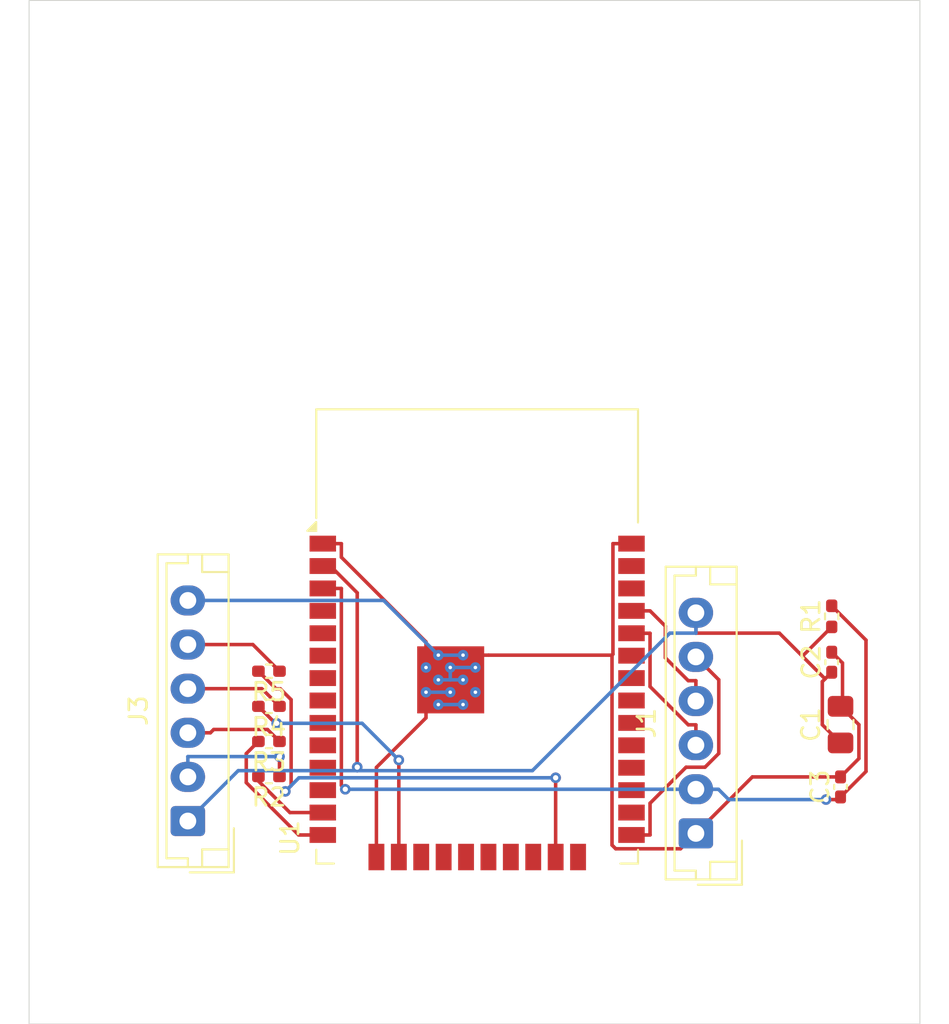
<source format=kicad_pcb>
(kicad_pcb (version 20240108) (generator "pcbnew") (generator_version "8.0")
  (layers (0 "F.Cu" signal) (31 "B.Cu" signal) (34 "B.Paste" user) (35 "F.Paste" user) (36 "B.SilkS" user "B.Silkscreen") (37 "F.SilkS" user "F.Silkscreen") (38 "B.Mask" user) (39 "F.Mask" user) (44 "Edge.Cuts" user))
  (net 0 "")
  (net 1 "GND")
  (net 2 "+3.3V")
  (net 3 "/EN")
  (net 4 "/TX")
  (net 5 "/RX")
  (net 6 "/IO0")
  (net 33 "Net-(U1-IO14)")
  (net 34 "Net-(U1-IO12)")
  (net 35 "Net-(U1-IO13)")
  (net 36 "Net-(U1-IO15)")
  (net 37 "Net-(J3-Pin_3)")
  (net 38 "Net-(J3-Pin_5)")
  (net 39 "Net-(J3-Pin_2)")
  (net 40 "Net-(J3-Pin_4)")
  (footprint "RF_Module:ESP32-WROOM-32D" (layer "F.Cu") (at 95.4 117.03)
    (property "Reference" "U1" (at -10.61 8.43 90) (layer "F.SilkS"))
    (property "Value" "ESP32-WROOM-32D")
    (fp_line (start -9.12 -15.86) (end -9.12 -9.7) (stroke (width 0.12)) (layer "F.SilkS"))
    (fp_line (start -9.12 -15.86) (end 9.12 -15.86) (stroke (width 0.12)) (layer "F.SilkS"))
    (fp_line (start -9.12 9.1) (end -9.12 9.88) (stroke (width 0.12)) (layer "F.SilkS"))
    (fp_line (start -9.12 9.88) (end -8.12 9.88) (stroke (width 0.12)) (layer "F.SilkS"))
    (fp_line (start 9.12 -15.86) (end 9.12 -9.445) (stroke (width 0.12)) (layer "F.SilkS"))
    (fp_line (start 9.12 9.1) (end 9.12 9.88) (stroke (width 0.12)) (layer "F.SilkS"))
    (fp_line (start 9.12 9.88) (end 8.12 9.88) (stroke (width 0.12)) (layer "F.SilkS"))
    (fp_poly (pts (xy -9.125 -8.975) (xy -9.625 -8.975) (xy -9.125 -9.475) (xy -9.125 -8.975)) (stroke (width 0.12)) (fill solid) (layer "F.SilkS"))
    (pad "1" smd rect (at -8.75 -8.25) (size 1.5 0.9) (layers "F.Cu" "F.Paste" "F.Mask") (net 1 "GND"))
    (pad "2" smd rect (at -8.75 -6.98) (size 1.5 0.9) (layers "F.Cu" "F.Paste" "F.Mask") (net 2 "+3.3V"))
    (pad "3" smd rect (at -8.75 -5.71) (size 1.5 0.9) (layers "F.Cu" "F.Paste" "F.Mask") (net 3 "/EN"))
    (pad "4" smd rect (at -8.75 -4.44) (size 1.5 0.9) (layers "F.Cu" "F.Paste" "F.Mask"))
    (pad "5" smd rect (at -8.75 -3.17) (size 1.5 0.9) (layers "F.Cu" "F.Paste" "F.Mask"))
    (pad "6" smd rect (at -8.75 -1.9) (size 1.5 0.9) (layers "F.Cu" "F.Paste" "F.Mask"))
    (pad "7" smd rect (at -8.75 -0.63) (size 1.5 0.9) (layers "F.Cu" "F.Paste" "F.Mask"))
    (pad "8" smd rect (at -8.75 0.64) (size 1.5 0.9) (layers "F.Cu" "F.Paste" "F.Mask"))
    (pad "9" smd rect (at -8.75 1.91) (size 1.5 0.9) (layers "F.Cu" "F.Paste" "F.Mask"))
    (pad "10" smd rect (at -8.75 3.18) (size 1.5 0.9) (layers "F.Cu" "F.Paste" "F.Mask"))
    (pad "11" smd rect (at -8.75 4.45) (size 1.5 0.9) (layers "F.Cu" "F.Paste" "F.Mask"))
    (pad "12" smd rect (at -8.75 5.72) (size 1.5 0.9) (layers "F.Cu" "F.Paste" "F.Mask"))
    (pad "13" smd rect (at -8.75 6.99) (size 1.5 0.9) (layers "F.Cu" "F.Paste" "F.Mask") (net 33 "Net-(U1-IO14)"))
    (pad "14" smd rect (at -8.75 8.26) (size 1.5 0.9) (layers "F.Cu" "F.Paste" "F.Mask") (net 34 "Net-(U1-IO12)"))
    (pad "15" smd rect (at -5.71 9.51 90) (size 1.5 0.9) (layers "F.Cu" "F.Paste" "F.Mask") (net 1 "GND"))
    (pad "16" smd rect (at -4.44 9.51 90) (size 1.5 0.9) (layers "F.Cu" "F.Paste" "F.Mask") (net 35 "Net-(U1-IO13)"))
    (pad "17" smd rect (at -3.17 9.51 90) (size 1.5 0.9) (layers "F.Cu" "F.Paste" "F.Mask"))
    (pad "18" smd rect (at -1.9 9.51 90) (size 1.5 0.9) (layers "F.Cu" "F.Paste" "F.Mask"))
    (pad "19" smd rect (at -0.63 9.51 90) (size 1.5 0.9) (layers "F.Cu" "F.Paste" "F.Mask"))
    (pad "20" smd rect (at 0.64 9.51 90) (size 1.5 0.9) (layers "F.Cu" "F.Paste" "F.Mask"))
    (pad "21" smd rect (at 1.91 9.51 90) (size 1.5 0.9) (layers "F.Cu" "F.Paste" "F.Mask"))
    (pad "22" smd rect (at 3.18 9.51 90) (size 1.5 0.9) (layers "F.Cu" "F.Paste" "F.Mask"))
    (pad "23" smd rect (at 4.45 9.51 90) (size 1.5 0.9) (layers "F.Cu" "F.Paste" "F.Mask") (net 36 "Net-(U1-IO15)"))
    (pad "24" smd rect (at 5.72 9.51 90) (size 1.5 0.9) (layers "F.Cu" "F.Paste" "F.Mask"))
    (pad "25" smd rect (at 8.75 8.26) (size 1.5 0.9) (layers "F.Cu" "F.Paste" "F.Mask") (net 6 "/IO0"))
    (pad "26" smd rect (at 8.75 6.99) (size 1.5 0.9) (layers "F.Cu" "F.Paste" "F.Mask"))
    (pad "27" smd rect (at 8.75 5.72) (size 1.5 0.9) (layers "F.Cu" "F.Paste" "F.Mask"))
    (pad "28" smd rect (at 8.75 4.45) (size 1.5 0.9) (layers "F.Cu" "F.Paste" "F.Mask"))
    (pad "29" smd rect (at 8.75 3.18) (size 1.5 0.9) (layers "F.Cu" "F.Paste" "F.Mask"))
    (pad "30" smd rect (at 8.75 1.91) (size 1.5 0.9) (layers "F.Cu" "F.Paste" "F.Mask"))
    (pad "31" smd rect (at 8.75 0.64) (size 1.5 0.9) (layers "F.Cu" "F.Paste" "F.Mask"))
    (pad "32" smd rect (at 8.75 -0.63) (size 1.5 0.9) (layers "F.Cu" "F.Paste" "F.Mask"))
    (pad "33" smd rect (at 8.75 -1.9) (size 1.5 0.9) (layers "F.Cu" "F.Paste" "F.Mask"))
    (pad "34" smd rect (at 8.75 -3.17) (size 1.5 0.9) (layers "F.Cu" "F.Paste" "F.Mask") (net 4 "/TX"))
    (pad "35" smd rect (at 8.75 -4.44) (size 1.5 0.9) (layers "F.Cu" "F.Paste" "F.Mask") (net 5 "/RX"))
    (pad "36" smd rect (at 8.75 -5.71) (size 1.5 0.9) (layers "F.Cu" "F.Paste" "F.Mask"))
    (pad "37" smd rect (at 8.75 -6.98) (size 1.5 0.9) (layers "F.Cu" "F.Paste" "F.Mask"))
    (pad "38" smd rect (at 8.75 -8.25) (size 1.5 0.9) (layers "F.Cu" "F.Paste" "F.Mask") (net 1 "GND"))
    (pad "39" smd rect (at -2.9 -1.93) (size 0.9 0.9) (layers "F.Cu" "F.Paste") (net 1 "GND"))
    (pad "39" thru_hole circle (at -2.9 -1.23) (size 0.6 0.6) (drill 0.2) (property pad_prop_heatsink) (layers "*.Cu" "F.Mask") (net 1 "GND"))
    (pad "39" smd rect (at -2.9 -0.53) (size 0.9 0.9) (layers "F.Cu" "F.Paste") (net 1 "GND"))
    (pad "39" thru_hole circle (at -2.9 0.17) (size 0.6 0.6) (drill 0.2) (property pad_prop_heatsink) (layers "*.Cu" "F.Mask") (net 1 "GND"))
    (pad "39" smd rect (at -2.9 0.87) (size 0.9 0.9) (layers "F.Cu" "F.Paste") (net 1 "GND"))
    (pad "39" thru_hole circle (at -2.2 -1.93) (size 0.6 0.6) (drill 0.2) (property pad_prop_heatsink) (layers "*.Cu" "F.Mask") (net 1 "GND"))
    (pad "39" thru_hole circle (at -2.2 -0.53) (size 0.6 0.6) (drill 0.2) (property pad_prop_heatsink) (layers "*.Cu" "F.Mask") (net 1 "GND"))
    (pad "39" thru_hole circle (at -2.2 0.87) (size 0.6 0.6) (drill 0.2) (property pad_prop_heatsink) (layers "*.Cu" "F.Mask") (net 1 "GND"))
    (pad "39" thru_hole circle (at -1.525 -1.23) (size 0.6 0.6) (drill 0.2) (property pad_prop_heatsink) (layers "*.Cu" "F.Mask") (net 1 "GND"))
    (pad "39" thru_hole circle (at -1.525 0.17) (size 0.6 0.6) (drill 0.2) (property pad_prop_heatsink) (layers "*.Cu" "F.Mask") (net 1 "GND"))
    (pad "39" smd rect (at -1.5 -1.93) (size 0.9 0.9) (layers "F.Cu" "F.Paste") (net 1 "GND"))
    (pad "39" smd rect (at -1.5 -0.53) (size 0.9 0.9) (layers "F.Cu" "F.Paste") (net 1 "GND"))
    (pad "39" smd rect (at -1.5 -0.53) (size 3.8 3.8) (layers "F.Cu" "F.Mask") (net 1 "GND"))
    (pad "39" smd rect (at -1.5 0.87) (size 0.9 0.9) (layers "F.Cu" "F.Paste") (net 1 "GND"))
    (pad "39" thru_hole circle (at -0.8 -1.93) (size 0.6 0.6) (drill 0.2) (property pad_prop_heatsink) (layers "*.Cu" "F.Mask") (net 1 "GND"))
    (pad "39" thru_hole circle (at -0.8 -0.53) (size 0.6 0.6) (drill 0.2) (property pad_prop_heatsink) (layers "*.Cu" "F.Mask") (net 1 "GND"))
    (pad "39" thru_hole circle (at -0.8 0.87) (size 0.6 0.6) (drill 0.2) (property pad_prop_heatsink) (layers "*.Cu" "F.Mask") (net 1 "GND"))
    (pad "39" smd rect (at -0.1 -1.93) (size 0.9 0.9) (layers "F.Cu" "F.Paste") (net 1 "GND"))
    (pad "39" thru_hole circle (at -0.1 -1.23) (size 0.6 0.6) (drill 0.2) (property pad_prop_heatsink) (layers "*.Cu" "F.Mask") (net 1 "GND"))
    (pad "39" smd rect (at -0.1 -0.53) (size 0.9 0.9) (layers "F.Cu" "F.Paste") (net 1 "GND"))
    (pad "39" thru_hole circle (at -0.1 0.17) (size 0.6 0.6) (drill 0.2) (property pad_prop_heatsink) (layers "*.Cu" "F.Mask") (net 1 "GND"))
    (pad "39" smd rect (at -0.1 0.87) (size 0.9 0.9) (layers "F.Cu" "F.Paste") (net 1 "GND"))
  )
  (footprint "Connector_JST:JST_EH_B6B-EH-A_1x06_P2.50mm_Vertical" (layer "F.Cu") (at 79 124.5 90)
    (property "Reference" "J3" (at 6.25 -2.8 90) (layer "F.SilkS"))
    (property "Value" "Conn_01x06")
    (fp_line (start 15.11 -1.71) (end -2.61 -1.71) (stroke (width 0.12)) (layer "F.SilkS"))
    (fp_line (start -2.61 -1.71) (end -2.61 2.31) (stroke (width 0.12)) (layer "F.SilkS"))
    (fp_line (start 14.61 -1.21) (end 14.61 0) (stroke (width 0.12)) (layer "F.SilkS"))
    (fp_line (start -2.11 -1.21) (end 14.61 -1.21) (stroke (width 0.12)) (layer "F.SilkS"))
    (fp_line (start 14.61 0) (end 15.11 0) (stroke (width 0.12)) (layer "F.SilkS"))
    (fp_line (start -2.11 0) (end -2.11 -1.21) (stroke (width 0.12)) (layer "F.SilkS"))
    (fp_line (start -2.61 0) (end -2.11 0) (stroke (width 0.12)) (layer "F.SilkS"))
    (fp_line (start -2.91 0.11) (end -2.91 2.61) (stroke (width 0.12)) (layer "F.SilkS"))
    (fp_line (start 15.11 0.81) (end 14.11 0.81) (stroke (width 0.12)) (layer "F.SilkS"))
    (fp_line (start 14.11 0.81) (end 14.11 2.31) (stroke (width 0.12)) (layer "F.SilkS"))
    (fp_line (start -1.61 0.81) (end -1.61 2.31) (stroke (width 0.12)) (layer "F.SilkS"))
    (fp_line (start -2.61 0.81) (end -1.61 0.81) (stroke (width 0.12)) (layer "F.SilkS"))
    (fp_line (start 15.11 2.31) (end 15.11 -1.71) (stroke (width 0.12)) (layer "F.SilkS"))
    (fp_line (start -2.61 2.31) (end 15.11 2.31) (stroke (width 0.12)) (layer "F.SilkS"))
    (fp_line (start -2.91 2.61) (end -0.41 2.61) (stroke (width 0.12)) (layer "F.SilkS"))
    (pad "1" thru_hole roundrect (at 0 0 90) (size 1.7 1.95) (drill 0.95) (layers "*.Cu" "*.Mask") (roundrect_rratio 0.147059) (net 2 "+3.3V"))
    (pad "2" thru_hole oval (at 2.5 0 90) (size 1.7 1.95) (drill 0.95) (layers "*.Cu" "*.Mask") (net 39 "Net-(J3-Pin_2)"))
    (pad "3" thru_hole oval (at 5 0 90) (size 1.7 1.95) (drill 0.95) (layers "*.Cu" "*.Mask") (net 37 "Net-(J3-Pin_3)"))
    (pad "4" thru_hole oval (at 7.5 0 90) (size 1.7 1.95) (drill 0.95) (layers "*.Cu" "*.Mask") (net 40 "Net-(J3-Pin_4)"))
    (pad "5" thru_hole oval (at 10 0 90) (size 1.7 1.95) (drill 0.95) (layers "*.Cu" "*.Mask") (net 38 "Net-(J3-Pin_5)"))
    (pad "6" thru_hole oval (at 12.5 0 90) (size 1.7 1.95) (drill 0.95) (layers "*.Cu" "*.Mask") (net 1 "GND"))
  )
  (footprint "Resistor_SMD:R_0402_1005Metric_Pad0.72x0.64mm_HandSolder" (layer "F.Cu") (at 83.5975 119.99 180)
    (property "Reference" "R3" (at 0 -1.17 0) (layer "F.SilkS"))
    (property "Value" "100")
    (fp_line (start -0.167621 0.38) (end 0.167621 0.38) (stroke (width 0.12)) (layer "F.SilkS"))
    (fp_line (start -0.167621 -0.38) (end 0.167621 -0.38) (stroke (width 0.12)) (layer "F.SilkS"))
    (pad "1" smd roundrect (at -0.5975 0 180) (size 0.715 0.64) (layers "F.Cu" "F.Paste" "F.Mask") (net 37 "Net-(J3-Pin_3)"))
    (pad "2" smd roundrect (at 0.5975 0 180) (size 0.715 0.64) (layers "F.Cu" "F.Paste" "F.Mask") (net 34 "Net-(U1-IO12)"))
  )
  (footprint "Capacitor_SMD:C_0402_1005Metric_Pad0.74x0.62mm_HandSolder" (layer "F.Cu") (at 116 122.5675 90)
    (property "Reference" "C3" (at 0 -1.16 90) (layer "F.SilkS"))
    (property "Value" "100nF")
    (fp_line (start -0.115835 -0.36) (end 0.115835 -0.36) (stroke (width 0.12)) (layer "F.SilkS"))
    (fp_line (start -0.115835 0.36) (end 0.115835 0.36) (stroke (width 0.12)) (layer "F.SilkS"))
    (pad "1" smd roundrect (at -0.5675 0 90) (size 0.735 0.62) (layers "F.Cu" "F.Paste" "F.Mask") (net 3 "/EN"))
    (pad "2" smd roundrect (at 0.5675 0 90) (size 0.735 0.62) (layers "F.Cu" "F.Paste" "F.Mask") (net 1 "GND"))
  )
  (footprint "MountingHole:MountingHole_3.2mm_M3" (layer "F.Cu") (at 117 129.5)
    (property "Reference" "H1" (at 0 -0.25 0) (layer "F.SilkS"))
    (property "Value" "MountingHole")
    (pad "" np_thru_hole circle (at 0 0) (size 3.2 3.2) (drill 3.2) (layers "*.Cu" "*.Mask"))
  )
  (footprint "MountingHole:MountingHole_3.2mm_M3" (layer "F.Cu") (at 74 82)
    (property "Reference" "H3" (at 0 -0.05 0) (layer "F.SilkS"))
    (property "Value" "MountingHole")
    (pad "" np_thru_hole circle (at 0 0) (size 3.2 3.2) (drill 3.2) (layers "*.Cu" "*.Mask"))
  )
  (footprint "Connector_JST:JST_EH_B6B-EH-A_1x06_P2.50mm_Vertical" (layer "F.Cu") (at 107.8 125.2 90)
    (property "Reference" "J1" (at 6.25 -2.8 90) (layer "F.SilkS"))
    (property "Value" "Conn_01x06")
    (fp_line (start 15.11 -1.71) (end -2.61 -1.71) (stroke (width 0.12)) (layer "F.SilkS"))
    (fp_line (start -2.61 -1.71) (end -2.61 2.31) (stroke (width 0.12)) (layer "F.SilkS"))
    (fp_line (start 14.61 -1.21) (end 14.61 0) (stroke (width 0.12)) (layer "F.SilkS"))
    (fp_line (start -2.11 -1.21) (end 14.61 -1.21) (stroke (width 0.12)) (layer "F.SilkS"))
    (fp_line (start 14.61 0) (end 15.11 0) (stroke (width 0.12)) (layer "F.SilkS"))
    (fp_line (start -2.11 0) (end -2.11 -1.21) (stroke (width 0.12)) (layer "F.SilkS"))
    (fp_line (start -2.61 0) (end -2.11 0) (stroke (width 0.12)) (layer "F.SilkS"))
    (fp_line (start -2.91 0.11) (end -2.91 2.61) (stroke (width 0.12)) (layer "F.SilkS"))
    (fp_line (start 15.11 0.81) (end 14.11 0.81) (stroke (width 0.12)) (layer "F.SilkS"))
    (fp_line (start 14.11 0.81) (end 14.11 2.31) (stroke (width 0.12)) (layer "F.SilkS"))
    (fp_line (start -1.61 0.81) (end -1.61 2.31) (stroke (width 0.12)) (layer "F.SilkS"))
    (fp_line (start -2.61 0.81) (end -1.61 0.81) (stroke (width 0.12)) (layer "F.SilkS"))
    (fp_line (start 15.11 2.31) (end 15.11 -1.71) (stroke (width 0.12)) (layer "F.SilkS"))
    (fp_line (start -2.61 2.31) (end 15.11 2.31) (stroke (width 0.12)) (layer "F.SilkS"))
    (fp_line (start -2.91 2.61) (end -0.41 2.61) (stroke (width 0.12)) (layer "F.SilkS"))
    (pad "1" thru_hole roundrect (at 0 0 90) (size 1.7 1.95) (drill 0.95) (layers "*.Cu" "*.Mask") (roundrect_rratio 0.147059) (net 1 "GND"))
    (pad "2" thru_hole oval (at 2.5 0 90) (size 1.7 1.95) (drill 0.95) (layers "*.Cu" "*.Mask") (net 3 "/EN"))
    (pad "3" thru_hole oval (at 5 0 90) (size 1.7 1.95) (drill 0.95) (layers "*.Cu" "*.Mask") (net 4 "/TX"))
    (pad "4" thru_hole oval (at 7.5 0 90) (size 1.7 1.95) (drill 0.95) (layers "*.Cu" "*.Mask") (net 5 "/RX"))
    (pad "5" thru_hole oval (at 10 0 90) (size 1.7 1.95) (drill 0.95) (layers "*.Cu" "*.Mask") (net 6 "/IO0"))
    (pad "6" thru_hole oval (at 12.5 0 90) (size 1.7 1.95) (drill 0.95) (layers "*.Cu" "*.Mask") (net 2 "+3.3V"))
  )
  (footprint "Resistor_SMD:R_0402_1005Metric_Pad0.72x0.64mm_HandSolder" (layer "F.Cu") (at 83.5975 116.01 180)
    (property "Reference" "R5" (at 0 -1.17 0) (layer "F.SilkS"))
    (property "Value" "100")
    (fp_line (start -0.167621 0.38) (end 0.167621 0.38) (stroke (width 0.12)) (layer "F.SilkS"))
    (fp_line (start -0.167621 -0.38) (end 0.167621 -0.38) (stroke (width 0.12)) (layer "F.SilkS"))
    (pad "1" smd roundrect (at -0.5975 0 180) (size 0.715 0.64) (layers "F.Cu" "F.Paste" "F.Mask") (net 38 "Net-(J3-Pin_5)"))
    (pad "2" smd roundrect (at 0.5975 0 180) (size 0.715 0.64) (layers "F.Cu" "F.Paste" "F.Mask") (net 36 "Net-(U1-IO15)"))
  )
  (footprint "MountingHole:MountingHole_3.2mm_M3" (layer "F.Cu") (at 73.5 129)
    (property "Reference" "H4" (at 0 0 0) (layer "F.SilkS"))
    (property "Value" "MountingHole")
    (pad "" np_thru_hole circle (at 0 0) (size 3.2 3.2) (drill 3.2) (layers "*.Cu" "*.Mask"))
  )
  (footprint "Capacitor_SMD:C_0805_2012Metric_Pad1.18x1.45mm_HandSolder" (layer "F.Cu") (at 116 119.0375 90)
    (property "Reference" "C1" (at 0 -1.68 90) (layer "F.SilkS"))
    (property "Value" "22uF")
    (fp_line (start -0.261252 -0.735) (end 0.261252 -0.735) (stroke (width 0.12)) (layer "F.SilkS"))
    (fp_line (start -0.261252 0.735) (end 0.261252 0.735) (stroke (width 0.12)) (layer "F.SilkS"))
    (pad "1" smd roundrect (at -1.0375 0 90) (size 1.175 1.45) (layers "F.Cu" "F.Paste" "F.Mask") (roundrect_rratio 0.212766) (net 2 "+3.3V"))
    (pad "2" smd roundrect (at 1.0375 0 90) (size 1.175 1.45) (layers "F.Cu" "F.Paste" "F.Mask") (roundrect_rratio 0.212766) (net 1 "GND"))
  )
  (footprint "Resistor_SMD:R_0402_1005Metric_Pad0.72x0.64mm_HandSolder" (layer "F.Cu") (at 83.5975 118 180)
    (property "Reference" "R4" (at 0 -1.17 0) (layer "F.SilkS"))
    (property "Value" "100")
    (fp_line (start -0.167621 0.38) (end 0.167621 0.38) (stroke (width 0.12)) (layer "F.SilkS"))
    (fp_line (start -0.167621 -0.38) (end 0.167621 -0.38) (stroke (width 0.12)) (layer "F.SilkS"))
    (pad "1" smd roundrect (at -0.5975 0 180) (size 0.715 0.64) (layers "F.Cu" "F.Paste" "F.Mask") (net 40 "Net-(J3-Pin_4)"))
    (pad "2" smd roundrect (at 0.5975 0 180) (size 0.715 0.64) (layers "F.Cu" "F.Paste" "F.Mask") (net 35 "Net-(U1-IO13)"))
  )
  (footprint "Capacitor_SMD:C_0402_1005Metric_Pad0.74x0.62mm_HandSolder" (layer "F.Cu") (at 115.5 115.5 90)
    (property "Reference" "C2" (at 0 -1.16 90) (layer "F.SilkS"))
    (property "Value" "100nF")
    (fp_line (start -0.115835 -0.36) (end 0.115835 -0.36) (stroke (width 0.12)) (layer "F.SilkS"))
    (fp_line (start -0.115835 0.36) (end 0.115835 0.36) (stroke (width 0.12)) (layer "F.SilkS"))
    (pad "1" smd roundrect (at -0.5675 0 90) (size 0.735 0.62) (layers "F.Cu" "F.Paste" "F.Mask") (net 2 "+3.3V"))
    (pad "2" smd roundrect (at 0.5675 0 90) (size 0.735 0.62) (layers "F.Cu" "F.Paste" "F.Mask") (net 1 "GND"))
  )
  (footprint "MountingHole:MountingHole_3.2mm_M3" (layer "F.Cu") (at 117 82)
    (property "Reference" "H2" (at 0 0 0) (layer "F.SilkS"))
    (property "Value" "MountingHole")
    (pad "" np_thru_hole circle (at 0 0) (size 3.2 3.2) (drill 3.2) (layers "*.Cu" "*.Mask"))
  )
  (footprint "Resistor_SMD:R_0402_1005Metric_Pad0.72x0.64mm_HandSolder" (layer "F.Cu") (at 83.5975 121.98 180)
    (property "Reference" "R2" (at 0 -1.17 0) (layer "F.SilkS"))
    (property "Value" "100")
    (fp_line (start -0.167621 0.38) (end 0.167621 0.38) (stroke (width 0.12)) (layer "F.SilkS"))
    (fp_line (start -0.167621 -0.38) (end 0.167621 -0.38) (stroke (width 0.12)) (layer "F.SilkS"))
    (pad "1" smd roundrect (at -0.5975 0 180) (size 0.715 0.64) (layers "F.Cu" "F.Paste" "F.Mask") (net 39 "Net-(J3-Pin_2)"))
    (pad "2" smd roundrect (at 0.5975 0 180) (size 0.715 0.64) (layers "F.Cu" "F.Paste" "F.Mask") (net 33 "Net-(U1-IO14)"))
  )
  (footprint "Resistor_SMD:R_0402_1005Metric_Pad0.72x0.64mm_HandSolder" (layer "F.Cu") (at 115.5 112.9025 90)
    (property "Reference" "R1" (at 0 -1.17 90) (layer "F.SilkS"))
    (property "Value" "10K")
    (fp_line (start -0.167621 -0.38) (end 0.167621 -0.38) (stroke (width 0.12)) (layer "F.SilkS"))
    (fp_line (start -0.167621 0.38) (end 0.167621 0.38) (stroke (width 0.12)) (layer "F.SilkS"))
    (pad "1" smd roundrect (at -0.5975 0 90) (size 0.715 0.64) (layers "F.Cu" "F.Paste" "F.Mask") (net 2 "+3.3V"))
    (pad "2" smd roundrect (at 0.5975 0 90) (size 0.715 0.64) (layers "F.Cu" "F.Paste" "F.Mask") (net 3 "/EN"))
  )
  (gr_rect (start 70 78) (end 120.5 136) (stroke (width 0.05)) (fill none) (layer "Edge.Cuts"))
  (segment (start 95.3 115.1) (end 95.6759 115.1) (width 0.2) (layer "F.Cu") (net 1))
  (segment (start 92.5 117.2) (end 92.5 117.9) (width 0.2) (layer "F.Cu") (net 1))
  (segment (start 117.0415 119.0415) (end 117.0415 120.9585) (width 0.2) (layer "F.Cu") (net 1))
  (segment (start 117.0415 120.9585) (end 116 122) (width 0.2) (layer "F.Cu") (net 1))
  (segment (start 87.7017 108.78) (end 87.7017 109.55) (width 0.2) (layer "F.Cu") (net 1))
  (segment (start 92.5 117.9) (end 92.5 118.6517) (width 0.2) (layer "F.Cu") (net 1))
  (segment (start 92.5 115.8) (end 92.5 116.5) (width 0.2) (layer "F.Cu") (net 1))
  (segment (start 92.5 114.7241) (end 92.5 114.3483) (width 0.2) (layer "F.Cu") (net 1))
  (segment (start 115.5 114.9325) (end 116.1127 115.5452) (width 0.2) (layer "F.Cu") (net 1))
  (segment (start 103.0983 108.78) (end 103.0983 115.0476) (width 0.2) (layer "F.Cu") (net 1))
  (segment (start 95.6759 115.1) (end 95.3 115.4759) (width 0.2) (layer "F.Cu") (net 1))
  (segment (start 92.5 114.7241) (end 92.5 115.1) (width 0.2) (layer "F.Cu") (net 1))
  (segment (start 92.5 116.5) (end 92.5 117.2) (width 0.2) (layer "F.Cu") (net 1))
  (segment (start 93.2 115.1) (end 93.2 116.5) (width 0.2) (layer "F.Cu") (net 1))
  (segment (start 95.3 117.2) (end 95.3 117.9) (width 0.2) (layer "F.Cu") (net 1))
  (segment (start 95.3 115.4759) (end 95.3 115.8) (width 0.2) (layer "F.Cu") (net 1))
  (segment (start 93.875 117.2) (end 93.9 117.225) (width 0.2) (layer "F.Cu") (net 1))
  (segment (start 87.7017 109.55) (end 92.5 114.3483) (width 0.2) (layer "F.Cu") (net 1))
  (segment (start 95.3 116.5) (end 95.3 117.2) (width 0.2) (layer "F.Cu") (net 1))
  (segment (start 95.3 115.8) (end 95.3 116.5) (width 0.2) (layer "F.Cu") (net 1))
  (segment (start 103.0459 115.1) (end 96.0517 115.1) (width 0.2) (layer "F.Cu") (net 1))
  (segment (start 89.69 121.4617) (end 89.69 126.54) (width 0.2) (layer "F.Cu") (net 1))
  (segment (start 86.65 108.78) (end 87.7017 108.78) (width 0.2) (layer "F.Cu") (net 1))
  (segment (start 111 122) (end 107.8 125.2) (width 0.2) (layer "F.Cu") (net 1))
  (segment (start 106.9278 126.0722) (end 107.8 125.2) (width 0.2) (layer "F.Cu") (net 1))
  (segment (start 103.0459 115.1) (end 103.0459 125.8622) (width 0.2) (layer "F.Cu") (net 1))
  (segment (start 92.5 115.1) (end 92.5 115.8) (width 0.2) (layer "F.Cu") (net 1))
  (segment (start 93.875 115.8) (end 93.9 115.825) (width 0.2) (layer "F.Cu") (net 1))
  (segment (start 93.9 117.225) (end 93.9 117.9) (width 0.2) (layer "F.Cu") (net 1))
  (segment (start 104.15 108.78) (end 103.0983 108.78) (width 0.2) (layer "F.Cu") (net 1))
  (segment (start 116 118) (end 117.0415 119.0415) (width 0.2) (layer "F.Cu") (net 1))
  (segment (start 116.1127 115.5452) (end 116.1127 117.8873) (width 0.2) (layer "F.Cu") (net 1))
  (segment (start 95.6759 115.1) (end 96.0517 115.1) (width 0.2) (layer "F.Cu") (net 1))
  (segment (start 103.0983 115.0476) (end 103.0459 115.1) (width 0.2) (layer "F.Cu") (net 1))
  (segment (start 116.1127 117.8873) (end 116 118) (width 0.2) (layer "F.Cu") (net 1))
  (segment (start 93.875 117.2) (end 93.9 117.175) (width 0.2) (layer "F.Cu") (net 1))
  (segment (start 93.9 117.175) (end 93.9 116.5) (width 0.2) (layer "F.Cu") (net 1))
  (segment (start 93.2 116.5) (end 93.2 117.9) (width 0.2) (layer "F.Cu") (net 1))
  (segment (start 103.0459 125.8622) (end 103.2559 126.0722) (width 0.2) (layer "F.Cu") (net 1))
  (segment (start 116 122) (end 111 122) (width 0.2) (layer "F.Cu") (net 1))
  (segment (start 93.875 115.125) (end 93.875 115.8) (width 0.2) (layer "F.Cu") (net 1))
  (segment (start 93.9 115.1) (end 93.875 115.125) (width 0.2) (layer "F.Cu") (net 1))
  (segment (start 103.2559 126.0722) (end 106.9278 126.0722) (width 0.2) (layer "F.Cu") (net 1))
  (segment (start 92.5 118.6517) (end 89.69 121.4617) (width 0.2) (layer "F.Cu") (net 1))
  (segment (start 93.9 115.825) (end 93.9 116.5) (width 0.2) (layer "F.Cu") (net 1))
  (segment (start 93.875 115.8) (end 95.3 115.8) (width 0.2) (layer "B.Cu") (net 1))
  (segment (start 93.875 116.5) (end 93.2 116.5) (width 0.2) (layer "B.Cu") (net 1))
  (segment (start 93.875 116.5) (end 93.875 115.8) (width 0.2) (layer "B.Cu") (net 1))
  (segment (start 93.2 117.9) (end 94.6 117.9) (width 0.2) (layer "B.Cu") (net 1))
  (segment (start 93.2 115.1) (end 94.6 115.1) (width 0.2) (layer "B.Cu") (net 1))
  (segment (start 92.5 117.2) (end 93.875 117.2) (width 0.2) (layer "B.Cu") (net 1))
  (segment (start 93.2 115.1) (end 90.1 112) (width 0.2) (layer "B.Cu") (net 1))
  (segment (start 90.1 112) (end 79 112) (width 0.2) (layer "B.Cu") (net 1))
  (segment (start 94.6 116.5) (end 93.875 116.5) (width 0.2) (layer "B.Cu") (net 1))
  (segment (start 113.8394 115.1606) (end 112.5305 113.8517) (width 0.2) (layer "F.Cu") (net 2))
  (segment (start 115.1232 116.4443) (end 115.5 116.0675) (width 0.2) (layer "F.Cu") (net 2))
  (segment (start 86.65 110.05) (end 87.0834 110.05) (width 0.2) (layer "F.Cu") (net 2))
  (segment (start 114.9655 119.0405) (end 114.9655 116.602) (width 0.2) (layer "F.Cu") (net 2))
  (segment (start 107.8 112.7) (end 107.8 113.8517) (width 0.2) (layer "F.Cu") (net 2))
  (segment (start 113.8394 115.1606) (end 115.5 113.5) (width 0.2) (layer "F.Cu") (net 2))
  (segment (start 114.9655 116.602) (end 115.1232 116.4443) (width 0.2) (layer "F.Cu") (net 2))
  (segment (start 87.0834 110.05) (end 88.6019 111.5685) (width 0.2) (layer "F.Cu") (net 2))
  (segment (start 116 120.075) (end 114.9655 119.0405) (width 0.2) (layer "F.Cu") (net 2))
  (segment (start 112.5305 113.8517) (end 107.8 113.8517) (width 0.2) (layer "F.Cu") (net 2))
  (segment (start 88.6019 111.5685) (end 88.6019 121.4449) (width 0.2) (layer "F.Cu") (net 2))
  (segment (start 115.1232 116.4443) (end 113.8394 115.1606) (width 0.2) (layer "F.Cu") (net 2))
  (via (at 88.6019 121.4449) (size 0.6) (drill 0.3) (layers "F.Cu" "B.Cu") (net 2))
  (segment (start 79 124.5) (end 81.8551 121.6449) (width 0.2) (layer "B.Cu") (net 2))
  (segment (start 107.8 113.8517) (end 106.3242 113.8517) (width 0.2) (layer "B.Cu") (net 2))
  (segment (start 88.6019 121.4449) (end 88.6019 121.6449) (width 0.2) (layer "B.Cu") (net 2))
  (segment (start 107.8 112.7) (end 107.8 113.8517) (width 0.2) (layer "B.Cu") (net 2))
  (segment (start 81.8551 121.6449) (end 88.6019 121.6449) (width 0.2) (layer "B.Cu") (net 2))
  (segment (start 106.3242 113.8517) (end 98.531 121.6449) (width 0.2) (layer "B.Cu") (net 2))
  (segment (start 98.531 121.6449) (end 88.6019 121.6449) (width 0.2) (layer "B.Cu") (net 2))
  (segment (start 115.8516 123.2834) (end 115.1769 123.2834) (width 0.2) (layer "F.Cu") (net 3))
  (segment (start 115.5 112.305) (end 117.4432 114.2482) (width 0.2) (layer "F.Cu") (net 3))
  (segment (start 86.65 111.32) (end 87.7017 111.32) (width 0.2) (layer "F.Cu") (net 3))
  (segment (start 116 123.135) (end 115.8516 123.2834) (width 0.2) (layer "F.Cu") (net 3))
  (segment (start 87.7017 122.4773) (end 87.9244 122.7) (width 0.2) (layer "F.Cu") (net 3))
  (segment (start 117.4432 114.2482) (end 117.4432 121.6918) (width 0.2) (layer "F.Cu") (net 3))
  (segment (start 87.7017 111.32) (end 87.7017 122.4773) (width 0.2) (layer "F.Cu") (net 3))
  (segment (start 117.4432 121.6918) (end 116 123.135) (width 0.2) (layer "F.Cu") (net 3))
  (via (at 115.1769 123.2834) (size 0.6) (drill 0.3) (layers "F.Cu" "B.Cu") (net 3))
  (via (at 87.9244 122.7) (size 0.6) (drill 0.3) (layers "F.Cu" "B.Cu") (net 3))
  (segment (start 109.6601 123.2834) (end 115.1769 123.2834) (width 0.2) (layer "B.Cu") (net 3))
  (segment (start 109.0767 122.7) (end 109.6601 123.2834) (width 0.2) (layer "B.Cu") (net 3))
  (segment (start 107.8 122.7) (end 109.0767 122.7) (width 0.2) (layer "B.Cu") (net 3))
  (segment (start 107.8 122.7) (end 87.9244 122.7) (width 0.2) (layer "B.Cu") (net 3))
  (segment (start 107.8 119.0483) (end 107.3681 119.0483) (width 0.2) (layer "F.Cu") (net 4))
  (segment (start 107.3681 119.0483) (end 105.2017 116.8819) (width 0.2) (layer "F.Cu") (net 4))
  (segment (start 107.8 120.2) (end 107.8 119.0483) (width 0.2) (layer "F.Cu") (net 4))
  (segment (start 105.2017 116.8819) (end 105.2017 113.86) (width 0.2) (layer "F.Cu") (net 4))
  (segment (start 104.15 113.86) (end 105.2017 113.86) (width 0.2) (layer "F.Cu") (net 4))
  (segment (start 107.3681 116.5483) (end 106.0687 115.2489) (width 0.2) (layer "F.Cu") (net 5))
  (segment (start 106.0687 113.457) (end 105.2017 112.59) (width 0.2) (layer "F.Cu") (net 5))
  (segment (start 107.8 117.7) (end 107.8 116.5483) (width 0.2) (layer "F.Cu") (net 5))
  (segment (start 106.0687 115.2489) (end 106.0687 113.457) (width 0.2) (layer "F.Cu") (net 5))
  (segment (start 107.8 116.5483) (end 107.3681 116.5483) (width 0.2) (layer "F.Cu") (net 5))
  (segment (start 104.15 112.59) (end 105.2017 112.59) (width 0.2) (layer "F.Cu") (net 5))
  (segment (start 107.2424 121.45) (end 108.3163 121.45) (width 0.2) (layer "F.Cu") (net 6))
  (segment (start 105.2017 125.29) (end 105.2017 123.4907) (width 0.2) (layer "F.Cu") (net 6))
  (segment (start 109.0977 120.6686) (end 109.0977 116.4977) (width 0.2) (layer "F.Cu") (net 6))
  (segment (start 108.3163 121.45) (end 109.0977 120.6686) (width 0.2) (layer "F.Cu") (net 6))
  (segment (start 104.15 125.29) (end 105.2017 125.29) (width 0.2) (layer "F.Cu") (net 6))
  (segment (start 105.2017 123.4907) (end 107.2424 121.45) (width 0.2) (layer "F.Cu") (net 6))
  (segment (start 109.0977 116.4977) (end 107.8 115.2) (width 0.2) (layer "F.Cu") (net 6))
  (segment (start 83 122.2347) (end 84.7853 124.02) (width 0.2) (layer "F.Cu") (net 33))
  (segment (start 84.7853 124.02) (end 86.65 124.02) (width 0.2) (layer "F.Cu") (net 33))
  (segment (start 83 121.98) (end 83 122.2347) (width 0.2) (layer "F.Cu") (net 33))
  (segment (start 82.3115 122.32) (end 85.2815 125.29) (width 0.2) (layer "F.Cu") (net 34))
  (segment (start 85.2815 125.29) (end 86.65 125.29) (width 0.2) (layer "F.Cu") (net 34))
  (segment (start 83 119.99) (end 82.3115 120.6785) (width 0.2) (layer "F.Cu") (net 34))
  (segment (start 82.3115 120.6785) (end 82.3115 122.32) (width 0.2) (layer "F.Cu") (net 34))
  (segment (start 83.9627 118.9627) (end 84.0358 118.9627) (width 0.2) (layer "F.Cu") (net 35))
  (segment (start 83 118) (end 83.9627 118.9627) (width 0.2) (layer "F.Cu") (net 35))
  (segment (start 90.96 126.54) (end 90.96 121.0431) (width 0.2) (layer "F.Cu") (net 35))
  (via (at 90.96 121.0431) (size 0.6) (drill 0.3) (layers "F.Cu" "B.Cu") (net 35))
  (via (at 84.0358 118.9627) (size 0.6) (drill 0.3) (layers "F.Cu" "B.Cu") (net 35))
  (segment (start 84.0358 118.9627) (end 88.8796 118.9627) (width 0.2) (layer "B.Cu") (net 35))
  (segment (start 88.8796 118.9627) (end 90.96 121.0431) (width 0.2) (layer "B.Cu") (net 35))
  (segment (start 83 116.01) (end 83.995 117.005) (width 0.2) (layer "F.Cu") (net 36))
  (segment (start 99.85 122.0488) (end 99.85 126.54) (width 0.2) (layer "F.Cu") (net 36))
  (segment (start 84.2364 117.005) (end 84.8548 117.6234) (width 0.2) (layer "F.Cu") (net 36))
  (segment (start 83.995 117.005) (end 84.2364 117.005) (width 0.2) (layer "F.Cu") (net 36))
  (segment (start 84.8548 122.4923) (end 84.5283 122.8188) (width 0.2) (layer "F.Cu") (net 36))
  (segment (start 84.8548 117.6234) (end 84.8548 122.4923) (width 0.2) (layer "F.Cu") (net 36))
  (via (at 84.5283 122.8188) (size 0.6) (drill 0.3) (layers "F.Cu" "B.Cu") (net 36))
  (via (at 99.85 122.0488) (size 0.6) (drill 0.3) (layers "F.Cu" "B.Cu") (net 36))
  (segment (start 84.5283 122.8188) (end 85.2983 122.0488) (width 0.2) (layer "B.Cu") (net 36))
  (segment (start 85.2983 122.0488) (end 99.85 122.0488) (width 0.2) (layer "B.Cu") (net 36))
  (segment (start 83.5156 119.3106) (end 84.195 119.99) (width 0.2) (layer "F.Cu") (net 37))
  (segment (start 80.4661 119.3106) (end 83.5156 119.3106) (width 0.2) (layer "F.Cu") (net 37))
  (segment (start 80.2767 119.5) (end 80.4661 119.3106) (width 0.2) (layer "F.Cu") (net 37))
  (segment (start 79 119.5) (end 80.2767 119.5) (width 0.2) (layer "F.Cu") (net 37))
  (segment (start 82.685 114.5) (end 79 114.5) (width 0.2) (layer "F.Cu") (net 38))
  (segment (start 84.195 116.01) (end 82.685 114.5) (width 0.2) (layer "F.Cu") (net 38))
  (segment (start 84.195 121.98) (end 84.195 120.8483) (width 0.2) (layer "F.Cu") (net 39))
  (via (at 84.195 120.8483) (size 0.6) (drill 0.3) (layers "F.Cu" "B.Cu") (net 39))
  (segment (start 79 120.8483) (end 84.195 120.8483) (width 0.2) (layer "B.Cu") (net 39))
  (segment (start 79 122) (end 79 120.8483) (width 0.2) (layer "B.Cu") (net 39))
  (segment (start 79 117) (end 83.195 117) (width 0.2) (layer "F.Cu") (net 40))
  (segment (start 83.195 117) (end 84.195 118) (width 0.2) (layer "F.Cu") (net 40))
)
</source>
